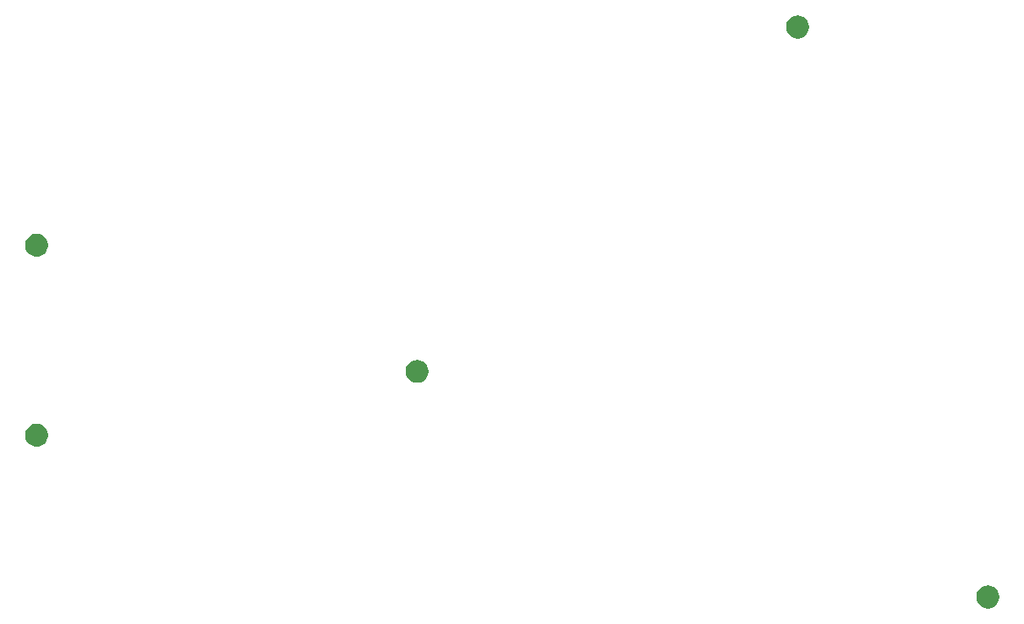
<source format=gbr>
G04 #@! TF.GenerationSoftware,KiCad,Pcbnew,(5.1.0)-1*
G04 #@! TF.CreationDate,2019-05-16T00:58:07+08:00*
G04 #@! TF.ProjectId,ShinkaiTopPlate,5368696e-6b61-4695-946f-70506c617465,rev?*
G04 #@! TF.SameCoordinates,Original*
G04 #@! TF.FileFunction,Soldermask,Top*
G04 #@! TF.FilePolarity,Negative*
%FSLAX46Y46*%
G04 Gerber Fmt 4.6, Leading zero omitted, Abs format (unit mm)*
G04 Created by KiCad (PCBNEW (5.1.0)-1) date 2019-05-16 00:58:07*
%MOMM*%
%LPD*%
G04 APERTURE LIST*
%ADD10C,0.150000*%
G04 APERTURE END LIST*
D10*
G36*
X199274549Y-106991116D02*
G01*
X199385734Y-107013232D01*
X199595203Y-107099997D01*
X199783720Y-107225960D01*
X199944040Y-107386280D01*
X200070003Y-107574797D01*
X200156768Y-107784266D01*
X200201000Y-108006636D01*
X200201000Y-108233364D01*
X200156768Y-108455734D01*
X200070003Y-108665203D01*
X199944040Y-108853720D01*
X199783720Y-109014040D01*
X199595203Y-109140003D01*
X199385734Y-109226768D01*
X199274549Y-109248884D01*
X199163365Y-109271000D01*
X198936635Y-109271000D01*
X198825451Y-109248884D01*
X198714266Y-109226768D01*
X198504797Y-109140003D01*
X198316280Y-109014040D01*
X198155960Y-108853720D01*
X198029997Y-108665203D01*
X197943232Y-108455734D01*
X197899000Y-108233364D01*
X197899000Y-108006636D01*
X197943232Y-107784266D01*
X198029997Y-107574797D01*
X198155960Y-107386280D01*
X198316280Y-107225960D01*
X198504797Y-107099997D01*
X198714266Y-107013232D01*
X198825451Y-106991116D01*
X198936635Y-106969000D01*
X199163365Y-106969000D01*
X199274549Y-106991116D01*
X199274549Y-106991116D01*
G37*
G36*
X104024549Y-90761116D02*
G01*
X104135734Y-90783232D01*
X104345203Y-90869997D01*
X104533720Y-90995960D01*
X104694040Y-91156280D01*
X104820003Y-91344797D01*
X104906768Y-91554266D01*
X104951000Y-91776636D01*
X104951000Y-92003364D01*
X104906768Y-92225734D01*
X104820003Y-92435203D01*
X104694040Y-92623720D01*
X104533720Y-92784040D01*
X104345203Y-92910003D01*
X104135734Y-92996768D01*
X104024549Y-93018884D01*
X103913365Y-93041000D01*
X103686635Y-93041000D01*
X103575451Y-93018884D01*
X103464266Y-92996768D01*
X103254797Y-92910003D01*
X103066280Y-92784040D01*
X102905960Y-92623720D01*
X102779997Y-92435203D01*
X102693232Y-92225734D01*
X102649000Y-92003364D01*
X102649000Y-91776636D01*
X102693232Y-91554266D01*
X102779997Y-91344797D01*
X102905960Y-91156280D01*
X103066280Y-90995960D01*
X103254797Y-90869997D01*
X103464266Y-90783232D01*
X103575451Y-90761116D01*
X103686635Y-90739000D01*
X103913365Y-90739000D01*
X104024549Y-90761116D01*
X104024549Y-90761116D01*
G37*
G36*
X142124549Y-84381116D02*
G01*
X142235734Y-84403232D01*
X142445203Y-84489997D01*
X142633720Y-84615960D01*
X142794040Y-84776280D01*
X142920003Y-84964797D01*
X143006768Y-85174266D01*
X143051000Y-85396636D01*
X143051000Y-85623364D01*
X143006768Y-85845734D01*
X142920003Y-86055203D01*
X142794040Y-86243720D01*
X142633720Y-86404040D01*
X142445203Y-86530003D01*
X142235734Y-86616768D01*
X142124549Y-86638884D01*
X142013365Y-86661000D01*
X141786635Y-86661000D01*
X141675451Y-86638884D01*
X141564266Y-86616768D01*
X141354797Y-86530003D01*
X141166280Y-86404040D01*
X141005960Y-86243720D01*
X140879997Y-86055203D01*
X140793232Y-85845734D01*
X140749000Y-85623364D01*
X140749000Y-85396636D01*
X140793232Y-85174266D01*
X140879997Y-84964797D01*
X141005960Y-84776280D01*
X141166280Y-84615960D01*
X141354797Y-84489997D01*
X141564266Y-84403232D01*
X141675451Y-84381116D01*
X141786635Y-84359000D01*
X142013365Y-84359000D01*
X142124549Y-84381116D01*
X142124549Y-84381116D01*
G37*
G36*
X104024549Y-71711116D02*
G01*
X104135734Y-71733232D01*
X104345203Y-71819997D01*
X104533720Y-71945960D01*
X104694040Y-72106280D01*
X104820003Y-72294797D01*
X104906768Y-72504266D01*
X104951000Y-72726636D01*
X104951000Y-72953364D01*
X104906768Y-73175734D01*
X104820003Y-73385203D01*
X104694040Y-73573720D01*
X104533720Y-73734040D01*
X104345203Y-73860003D01*
X104135734Y-73946768D01*
X104024549Y-73968884D01*
X103913365Y-73991000D01*
X103686635Y-73991000D01*
X103575451Y-73968884D01*
X103464266Y-73946768D01*
X103254797Y-73860003D01*
X103066280Y-73734040D01*
X102905960Y-73573720D01*
X102779997Y-73385203D01*
X102693232Y-73175734D01*
X102649000Y-72953364D01*
X102649000Y-72726636D01*
X102693232Y-72504266D01*
X102779997Y-72294797D01*
X102905960Y-72106280D01*
X103066280Y-71945960D01*
X103254797Y-71819997D01*
X103464266Y-71733232D01*
X103575451Y-71711116D01*
X103686635Y-71689000D01*
X103913365Y-71689000D01*
X104024549Y-71711116D01*
X104024549Y-71711116D01*
G37*
G36*
X180224549Y-49841116D02*
G01*
X180335734Y-49863232D01*
X180545203Y-49949997D01*
X180733720Y-50075960D01*
X180894040Y-50236280D01*
X181020003Y-50424797D01*
X181106768Y-50634266D01*
X181151000Y-50856636D01*
X181151000Y-51083364D01*
X181106768Y-51305734D01*
X181020003Y-51515203D01*
X180894040Y-51703720D01*
X180733720Y-51864040D01*
X180545203Y-51990003D01*
X180335734Y-52076768D01*
X180224549Y-52098884D01*
X180113365Y-52121000D01*
X179886635Y-52121000D01*
X179775451Y-52098884D01*
X179664266Y-52076768D01*
X179454797Y-51990003D01*
X179266280Y-51864040D01*
X179105960Y-51703720D01*
X178979997Y-51515203D01*
X178893232Y-51305734D01*
X178849000Y-51083364D01*
X178849000Y-50856636D01*
X178893232Y-50634266D01*
X178979997Y-50424797D01*
X179105960Y-50236280D01*
X179266280Y-50075960D01*
X179454797Y-49949997D01*
X179664266Y-49863232D01*
X179775451Y-49841116D01*
X179886635Y-49819000D01*
X180113365Y-49819000D01*
X180224549Y-49841116D01*
X180224549Y-49841116D01*
G37*
M02*

</source>
